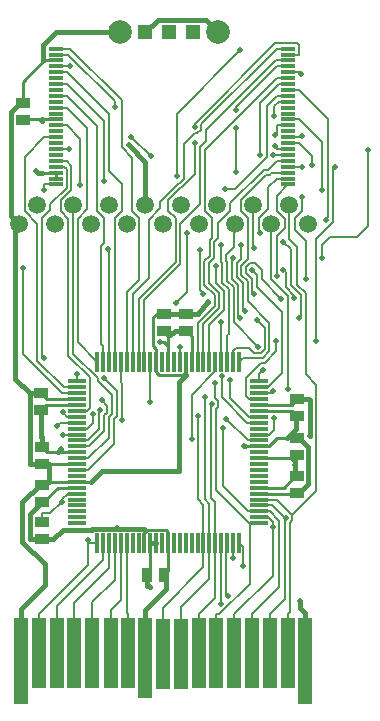
<source format=gbr>
%TF.GenerationSoftware,KiCad,Pcbnew,(6.0.2)*%
%TF.CreationDate,2022-10-02T17:57:44-05:00*%
%TF.ProjectId,MCN003R3,4d434e30-3033-4523-932e-6b696361645f,rev?*%
%TF.SameCoordinates,Original*%
%TF.FileFunction,Copper,L1,Top*%
%TF.FilePolarity,Positive*%
%FSLAX46Y46*%
G04 Gerber Fmt 4.6, Leading zero omitted, Abs format (unit mm)*
G04 Created by KiCad (PCBNEW (6.0.2)) date 2022-10-02 17:57:44*
%MOMM*%
%LPD*%
G01*
G04 APERTURE LIST*
G04 Aperture macros list*
%AMRoundRect*
0 Rectangle with rounded corners*
0 $1 Rounding radius*
0 $2 $3 $4 $5 $6 $7 $8 $9 X,Y pos of 4 corners*
0 Add a 4 corners polygon primitive as box body*
4,1,4,$2,$3,$4,$5,$6,$7,$8,$9,$2,$3,0*
0 Add four circle primitives for the rounded corners*
1,1,$1+$1,$2,$3*
1,1,$1+$1,$4,$5*
1,1,$1+$1,$6,$7*
1,1,$1+$1,$8,$9*
0 Add four rect primitives between the rounded corners*
20,1,$1+$1,$2,$3,$4,$5,0*
20,1,$1+$1,$4,$5,$6,$7,0*
20,1,$1+$1,$6,$7,$8,$9,0*
20,1,$1+$1,$8,$9,$2,$3,0*%
G04 Aperture macros list end*
%TA.AperFunction,SMDPad,CuDef*%
%ADD10R,1.300000X0.300000*%
%TD*%
%TA.AperFunction,SMDPad,CuDef*%
%ADD11RoundRect,0.011200X0.128800X-0.768800X0.128800X0.768800X-0.128800X0.768800X-0.128800X-0.768800X0*%
%TD*%
%TA.AperFunction,SMDPad,CuDef*%
%ADD12RoundRect,0.056000X0.724000X-0.084000X0.724000X0.084000X-0.724000X0.084000X-0.724000X-0.084000X0*%
%TD*%
%TA.AperFunction,SMDPad,CuDef*%
%ADD13R,1.150000X0.910000*%
%TD*%
%TA.AperFunction,SMDPad,CuDef*%
%ADD14R,0.910000X1.150000*%
%TD*%
%TA.AperFunction,SMDPad,CuDef*%
%ADD15R,1.200000X7.250000*%
%TD*%
%TA.AperFunction,SMDPad,CuDef*%
%ADD16R,1.200000X6.000000*%
%TD*%
%TA.AperFunction,SMDPad,CuDef*%
%ADD17R,1.200000X6.750000*%
%TD*%
%TA.AperFunction,ComponentPad*%
%ADD18C,1.500000*%
%TD*%
%TA.AperFunction,ComponentPad*%
%ADD19R,1.300000X1.300000*%
%TD*%
%TA.AperFunction,ComponentPad*%
%ADD20C,2.000000*%
%TD*%
%TA.AperFunction,ViaPad*%
%ADD21C,0.500000*%
%TD*%
%TA.AperFunction,Conductor*%
%ADD22C,0.200000*%
%TD*%
%TA.AperFunction,Conductor*%
%ADD23C,0.250000*%
%TD*%
%TA.AperFunction,Conductor*%
%ADD24C,0.280200*%
%TD*%
%TA.AperFunction,Conductor*%
%ADD25C,0.400000*%
%TD*%
%TA.AperFunction,Conductor*%
%ADD26C,0.279800*%
%TD*%
G04 APERTURE END LIST*
D10*
%TO.P,IC2,1,A15*%
%TO.N,/EXCELSEMI.A15*%
X156832000Y-85575000D03*
%TO.P,IC2,2,A14*%
%TO.N,/EXCELSEMI.A14*%
X156832000Y-85075000D03*
%TO.P,IC2,3,A13*%
%TO.N,/EXCELSEMI.A13*%
X156832000Y-84575000D03*
%TO.P,IC2,4,A12*%
%TO.N,/EXCELSEMI.A12*%
X156832000Y-84075000D03*
%TO.P,IC2,5,A11*%
%TO.N,/EXCELSEMI.A11*%
X156832000Y-83575000D03*
%TO.P,IC2,6,A10*%
%TO.N,/EXCELSEMI.A10*%
X156832000Y-83075000D03*
%TO.P,IC2,7,A9*%
%TO.N,/EXCELSEMI.A9*%
X156832000Y-82575000D03*
%TO.P,IC2,8,A8*%
%TO.N,/EXCELSEMI.A8*%
X156832000Y-82075000D03*
%TO.P,IC2,9,A19*%
%TO.N,/EXCELSEMI.A19*%
X156832000Y-81575000D03*
%TO.P,IC2,10,N/C*%
%TO.N,unconnected-(IC2-Pad10)*%
X156832000Y-81075000D03*
%TO.P,IC2,11,WE#*%
%TO.N,/EXCELSEMI.WE*%
X156832000Y-80575000D03*
%TO.P,IC2,12,RESET#*%
%TO.N,/EXCELSEMI.RESET*%
X156832000Y-80075000D03*
%TO.P,IC2,13,N/C*%
%TO.N,unconnected-(IC2-Pad13)*%
X156832000Y-79575000D03*
%TO.P,IC2,14,NC*%
%TO.N,unconnected-(IC2-Pad14)*%
X156832000Y-79075000D03*
%TO.P,IC2,15,RY/BY#*%
%TO.N,/EXCELSEMI.RY-BY*%
X156832000Y-78575000D03*
%TO.P,IC2,16,A18*%
%TO.N,/EXCELSEMI.A18*%
X156832000Y-78075000D03*
%TO.P,IC2,17,A17*%
%TO.N,/EXCELSEMI.A17*%
X156832000Y-77575000D03*
%TO.P,IC2,18,A7*%
%TO.N,/EXCELSEMI.A7*%
X156832000Y-77075000D03*
%TO.P,IC2,19,A6*%
%TO.N,/EXCELSEMI.A6*%
X156832000Y-76575000D03*
%TO.P,IC2,20,A5*%
%TO.N,/EXCELSEMI.A5*%
X156832000Y-76075000D03*
%TO.P,IC2,21,A4*%
%TO.N,/EXCELSEMI.A4*%
X156832000Y-75575000D03*
%TO.P,IC2,22,A3*%
%TO.N,/EXCELSEMI.A3*%
X156832000Y-75075000D03*
%TO.P,IC2,23,A2*%
%TO.N,/EXCELSEMI.A2*%
X156832000Y-74575000D03*
%TO.P,IC2,24,A1*%
%TO.N,/EXCELSEMI.A1*%
X156832000Y-74075000D03*
%TO.P,IC2,25,A0*%
%TO.N,/EXCELSEMI.A0*%
X137132000Y-74075000D03*
%TO.P,IC2,26,CE#*%
%TO.N,/EXCELSEMI.CE*%
X137132000Y-74575000D03*
%TO.P,IC2,27,VSS*%
%TO.N,/GND*%
X137132000Y-75075000D03*
%TO.P,IC2,28,OE#*%
%TO.N,/EXCELSEMI.OE*%
X137132000Y-75575000D03*
%TO.P,IC2,29,DQ0*%
%TO.N,/EXCELSEMI.DQ0*%
X137132000Y-76075000D03*
%TO.P,IC2,30,DQ8*%
%TO.N,unconnected-(IC2-Pad30)*%
X137132000Y-76575000D03*
%TO.P,IC2,31,DQ1*%
%TO.N,/EXCELSEMI.DQ1*%
X137132000Y-77075000D03*
%TO.P,IC2,32,DQ9*%
%TO.N,unconnected-(IC2-Pad32)*%
X137132000Y-77575000D03*
%TO.P,IC2,33,DQ2*%
%TO.N,/EXCELSEMI.DQ2*%
X137132000Y-78075000D03*
%TO.P,IC2,34,DQ10*%
%TO.N,unconnected-(IC2-Pad34)*%
X137132000Y-78575000D03*
%TO.P,IC2,35,DQ3*%
%TO.N,/EXCELSEMI.DQ3*%
X137132000Y-79075000D03*
%TO.P,IC2,36,DQ11*%
%TO.N,unconnected-(IC2-Pad36)*%
X137132000Y-79575000D03*
%TO.P,IC2,37,VCC*%
%TO.N,/VCC*%
X137132000Y-80075000D03*
%TO.P,IC2,38,DQ4*%
%TO.N,/EXCELSEMI.DQ4*%
X137132000Y-80575000D03*
%TO.P,IC2,39,DQ12*%
%TO.N,unconnected-(IC2-Pad39)*%
X137132000Y-81075000D03*
%TO.P,IC2,40,DQ5*%
%TO.N,/EXCELSEMI.DQ5*%
X137132000Y-81575000D03*
%TO.P,IC2,41,DQ13*%
%TO.N,unconnected-(IC2-Pad41)*%
X137132000Y-82075000D03*
%TO.P,IC2,42,DQ6*%
%TO.N,/EXCELSEMI.DQ6*%
X137132000Y-82575000D03*
%TO.P,IC2,43,DQ14*%
%TO.N,unconnected-(IC2-Pad43)*%
X137132000Y-83075000D03*
%TO.P,IC2,44,DQ7*%
%TO.N,/EXCELSEMI.DQ7*%
X137132000Y-83575000D03*
%TO.P,IC2,45,DQ15/A-1*%
%TO.N,/EXCELSEMI.A-1*%
X137132000Y-84075000D03*
%TO.P,IC2,46,VSS*%
%TO.N,/GND*%
X137132000Y-84575000D03*
%TO.P,IC2,47,BYTE#*%
X137132000Y-85075000D03*
%TO.P,IC2,48,A16*%
%TO.N,/EXCELSEMI.A16*%
X137132000Y-85575000D03*
%TD*%
D11*
%TO.P,IC1,1,IO2_1*%
%TO.N,/CLK*%
X140656000Y-115931500D03*
%TO.P,IC1,2,IO1_2*%
%TO.N,/DS.Edge.Pin3*%
X141156000Y-115931500D03*
%TO.P,IC1,3,IO1_3*%
%TO.N,/DS.Edge.CS1*%
X141656000Y-115931500D03*
%TO.P,IC1,4,IO1_4*%
%TO.N,/DS.Edge.Reset*%
X142156000Y-115931500D03*
%TO.P,IC1,5,IO1_5*%
%TO.N,/DS.Edge.CS2*%
X142656000Y-115931500D03*
%TO.P,IC1,6,IO1_6*%
%TO.N,/DS.Edge.IRQ*%
X143156000Y-115931500D03*
%TO.P,IC1,7,IO1_7*%
%TO.N,unconnected-(IC1-Pad7)*%
X143656000Y-115931500D03*
%TO.P,IC1,8,IO1_8*%
%TO.N,unconnected-(IC1-Pad8)*%
X144156000Y-115931500D03*
%TO.P,IC1,9,VCCIO1*%
%TO.N,/VCC*%
X144656000Y-115931500D03*
%TO.P,IC1,10,GNDIO*%
%TO.N,/GND*%
X145156000Y-115931500D03*
%TO.P,IC1,11,GNDINT*%
X145656000Y-115931500D03*
%TO.P,IC1,12,IO1_12/GCLK0*%
%TO.N,unconnected-(IC1-Pad12)*%
X146156000Y-115931500D03*
%TO.P,IC1,13,VCCINT*%
%TO.N,/VCC*%
X146656000Y-115931500D03*
%TO.P,IC1,14,IO1_14/GCLK1*%
%TO.N,unconnected-(IC1-Pad14)*%
X147156000Y-115931500D03*
%TO.P,IC1,15,IO1_15*%
%TO.N,unconnected-(IC1-Pad15)*%
X147656000Y-115931500D03*
%TO.P,IC1,16,IO1_16*%
%TO.N,unconnected-(IC1-Pad16)*%
X148156000Y-115931500D03*
%TO.P,IC1,17,IO1_17*%
%TO.N,unconnected-(IC1-Pad17)*%
X148656000Y-115931500D03*
%TO.P,IC1,18,IO1_18*%
%TO.N,unconnected-(IC1-Pad18)*%
X149156000Y-115931500D03*
%TO.P,IC1,19,IO1_19*%
%TO.N,/DS.D0*%
X149656000Y-115931500D03*
%TO.P,IC1,20,IO1_20*%
%TO.N,/DS.D1*%
X150156000Y-115931500D03*
%TO.P,IC1,21,IO1_21*%
%TO.N,/DS.D2*%
X150656000Y-115931500D03*
%TO.P,IC1,22,TMS*%
%TO.N,/TMS*%
X151156000Y-115931500D03*
%TO.P,IC1,23,TDI*%
%TO.N,/TDI*%
X151656000Y-115931500D03*
%TO.P,IC1,24,TCK*%
%TO.N,/TCK*%
X152156000Y-115931500D03*
%TO.P,IC1,25,TDO*%
%TO.N,/TDO*%
X152656000Y-115931500D03*
D12*
%TO.P,IC1,26,IO1_26*%
%TO.N,/DS.D3*%
X154336000Y-114251500D03*
%TO.P,IC1,27,IO1_27*%
%TO.N,/DS.D4*%
X154336000Y-113751500D03*
%TO.P,IC1,28,IO1_28*%
%TO.N,/DS.D5*%
X154336000Y-113251500D03*
%TO.P,IC1,29,IO1_29*%
%TO.N,/DS.D6*%
X154336000Y-112751500D03*
%TO.P,IC1,30,IO1_30*%
%TO.N,/DS.D7*%
X154336000Y-112251500D03*
%TO.P,IC1,31,VCCIO1*%
%TO.N,/VCC*%
X154336000Y-111751500D03*
%TO.P,IC1,32,GNDIO*%
%TO.N,/GND*%
X154336000Y-111251500D03*
%TO.P,IC1,33,IO1_33*%
%TO.N,unconnected-(IC1-Pad33)*%
X154336000Y-110751500D03*
%TO.P,IC1,34,IO1_34*%
%TO.N,unconnected-(IC1-Pad34)*%
X154336000Y-110251500D03*
%TO.P,IC1,35,IO1_35*%
%TO.N,unconnected-(IC1-Pad35)*%
X154336000Y-109751500D03*
%TO.P,IC1,36,IO1_36*%
%TO.N,unconnected-(IC1-Pad36)*%
X154336000Y-109251500D03*
%TO.P,IC1,37,GNDINT*%
%TO.N,/GND*%
X154336000Y-108751500D03*
%TO.P,IC1,38,IO1_38*%
%TO.N,unconnected-(IC1-Pad38)*%
X154336000Y-108251500D03*
%TO.P,IC1,39,VCCINT*%
%TO.N,/VCC*%
X154336000Y-107751500D03*
%TO.P,IC1,40,IO1_40*%
%TO.N,/EXCELSEMI.RY-BY*%
X154336000Y-107251500D03*
%TO.P,IC1,41,IO1_41*%
%TO.N,/EXCELSEMI.RESET*%
X154336000Y-106751500D03*
%TO.P,IC1,42,IO1_42*%
%TO.N,unconnected-(IC1-Pad42)*%
X154336000Y-106251500D03*
%TO.P,IC1,43,IO1_43/DEV_OE*%
%TO.N,/EXCELSEMI.A18*%
X154336000Y-105751500D03*
%TO.P,IC1,44,IO1_44/DEV_CLRn*%
%TO.N,/EXCELSEMI.A19*%
X154336000Y-105251500D03*
%TO.P,IC1,45,VCCIO1*%
%TO.N,/VCC*%
X154336000Y-104751500D03*
%TO.P,IC1,46,GNDIO*%
%TO.N,/GND*%
X154336000Y-104251500D03*
%TO.P,IC1,47,IO1_47*%
%TO.N,/EXCELSEMI.A10*%
X154336000Y-103751500D03*
%TO.P,IC1,48,IO1_48*%
%TO.N,/EXCELSEMI.A8*%
X154336000Y-103251500D03*
%TO.P,IC1,49,IO1_49*%
%TO.N,/EXCELSEMI.A7*%
X154336000Y-102751500D03*
%TO.P,IC1,50,IO1_50*%
%TO.N,/EXCELSEMI.A12*%
X154336000Y-102251500D03*
D11*
%TO.P,IC1,51,IO1_51*%
%TO.N,/EXCELSEMI.A13*%
X152656000Y-100571500D03*
%TO.P,IC1,52,IO2_52*%
%TO.N,/EXCELSEMI.A16*%
X152156000Y-100571500D03*
%TO.P,IC1,53,IO2_53*%
%TO.N,/EXCELSEMI.WE*%
X151656000Y-100571500D03*
%TO.P,IC1,54,IO2_54*%
%TO.N,/EXCELSEMI.A17*%
X151156000Y-100571500D03*
%TO.P,IC1,55,IO2_55*%
%TO.N,/EXCELSEMI.A15*%
X150656000Y-100571500D03*
%TO.P,IC1,56,IO2_56*%
%TO.N,/EXCELSEMI.A14*%
X150156000Y-100571500D03*
%TO.P,IC1,57,IO2_57*%
%TO.N,/EXCELSEMI.A11*%
X149656000Y-100571500D03*
%TO.P,IC1,58,IO2_58*%
%TO.N,/EXCELSEMI.A6*%
X149156000Y-100571500D03*
%TO.P,IC1,59,VCCIO2*%
%TO.N,/VCC*%
X148656000Y-100571500D03*
%TO.P,IC1,60,GNDIO*%
%TO.N,/GND*%
X148156000Y-100571500D03*
%TO.P,IC1,61,IO2_61*%
%TO.N,/EXCELSEMI.A5*%
X147656000Y-100571500D03*
%TO.P,IC1,62,IO2_62/GCLK2*%
%TO.N,unconnected-(IC1-Pad62)*%
X147156000Y-100571500D03*
%TO.P,IC1,63,VCCINT*%
%TO.N,/VCC*%
X146656000Y-100571500D03*
%TO.P,IC1,64,IO2_64/GCLK3*%
%TO.N,unconnected-(IC1-Pad64)*%
X146156000Y-100571500D03*
%TO.P,IC1,65,GNDINT*%
%TO.N,/GND*%
X145656000Y-100571500D03*
%TO.P,IC1,66,IO2_66*%
%TO.N,/EXCELSEMI.A4*%
X145156000Y-100571500D03*
%TO.P,IC1,67,IO2_67*%
%TO.N,/EXCELSEMI.A3*%
X144656000Y-100571500D03*
%TO.P,IC1,68,IO2_68*%
%TO.N,/EXCELSEMI.A2*%
X144156000Y-100571500D03*
%TO.P,IC1,69,IO2_69*%
%TO.N,/EXCELSEMI.A1*%
X143656000Y-100571500D03*
%TO.P,IC1,70,IO2_70*%
%TO.N,/EXCELSEMI.A0*%
X143156000Y-100571500D03*
%TO.P,IC1,71,IO2_71*%
%TO.N,/EXCELSEMI.A-1*%
X142656000Y-100571500D03*
%TO.P,IC1,72,IO2_72*%
%TO.N,/EXCELSEMI.DQ0*%
X142156000Y-100571500D03*
%TO.P,IC1,73,IO2_73*%
%TO.N,/EXCELSEMI.DQ1*%
X141656000Y-100571500D03*
%TO.P,IC1,74,IO2_74*%
%TO.N,/EXCELSEMI.DQ2*%
X141156000Y-100571500D03*
%TO.P,IC1,75,IO2_75*%
%TO.N,/EXCELSEMI.DQ3*%
X140656000Y-100571500D03*
D12*
%TO.P,IC1,76,IO2_76*%
%TO.N,/EXCELSEMI.DQ4*%
X138976000Y-102251500D03*
%TO.P,IC1,77,IO2_77*%
%TO.N,/EXCELSEMI.DQ5*%
X138976000Y-102751500D03*
%TO.P,IC1,78,IO2_78*%
%TO.N,/EXCELSEMI.DQ6*%
X138976000Y-103251500D03*
%TO.P,IC1,79,GNDIO*%
%TO.N,/GND*%
X138976000Y-103751500D03*
%TO.P,IC1,80,VCCIO2*%
%TO.N,/VCC*%
X138976000Y-104251500D03*
%TO.P,IC1,81,IO2_81*%
%TO.N,/EXCELSEMI.DQ7*%
X138976000Y-104751500D03*
%TO.P,IC1,82,IO2_82*%
%TO.N,/EXCELSEMI.CE*%
X138976000Y-105251500D03*
%TO.P,IC1,83,IO2_83*%
%TO.N,/EXCELSEMI.A9*%
X138976000Y-105751500D03*
%TO.P,IC1,84,IO2_84*%
%TO.N,/EXCELSEMI.OE*%
X138976000Y-106251500D03*
%TO.P,IC1,85,IO2_85*%
%TO.N,/DS.Cart.IRQ*%
X138976000Y-106751500D03*
%TO.P,IC1,86,IO2_86*%
%TO.N,/DS.Cart.CS2*%
X138976000Y-107251500D03*
%TO.P,IC1,87,IO2_87*%
%TO.N,/DS.Cart.Reset*%
X138976000Y-107751500D03*
%TO.P,IC1,88,VCCINT*%
%TO.N,/VCC*%
X138976000Y-108251500D03*
%TO.P,IC1,89,IO2_89*%
%TO.N,/DS.Cart.CS1*%
X138976000Y-108751500D03*
%TO.P,IC1,90,GNDINT*%
%TO.N,/GND*%
X138976000Y-109251500D03*
%TO.P,IC1,91,IO2_91*%
%TO.N,/DS.Cart.Pin3*%
X138976000Y-109751500D03*
%TO.P,IC1,92,IO2_92*%
%TO.N,unconnected-(IC1-Pad92)*%
X138976000Y-110251500D03*
%TO.P,IC1,93,GNDIO*%
%TO.N,/GND*%
X138976000Y-110751500D03*
%TO.P,IC1,94,VCCIO2*%
%TO.N,/VCC*%
X138976000Y-111251500D03*
%TO.P,IC1,95,IO2_95*%
%TO.N,/Switch*%
X138976000Y-111751500D03*
%TO.P,IC1,96,IO2_96*%
%TO.N,unconnected-(IC1-Pad96)*%
X138976000Y-112251500D03*
%TO.P,IC1,97,IO2_97*%
%TO.N,unconnected-(IC1-Pad97)*%
X138976000Y-112751500D03*
%TO.P,IC1,98,IO2_98*%
%TO.N,unconnected-(IC1-Pad98)*%
X138976000Y-113251500D03*
%TO.P,IC1,99,IO2_99*%
%TO.N,unconnected-(IC1-Pad99)*%
X138976000Y-113751500D03*
%TO.P,IC1,100,IO2_100*%
%TO.N,unconnected-(IC1-Pad100)*%
X138976000Y-114251500D03*
%TD*%
D13*
%TO.P,C7,1*%
%TO.N,/VCC*%
X157593000Y-105202000D03*
%TO.P,C7,2*%
%TO.N,/GND*%
X157592000Y-103772000D03*
%TD*%
%TO.P,C6,1*%
%TO.N,/VCC*%
X148182000Y-97956000D03*
%TO.P,C6,2*%
%TO.N,/GND*%
X148181000Y-96526000D03*
%TD*%
%TO.P,R1,1*%
%TO.N,/VCC*%
X135961000Y-115616000D03*
%TO.P,R1,2*%
%TO.N,/Switch*%
X135960000Y-114186000D03*
%TD*%
%TO.P,C8,1*%
%TO.N,/VCC*%
X157549000Y-111713000D03*
%TO.P,C8,2*%
%TO.N,/GND*%
X157548000Y-110283000D03*
%TD*%
%TO.P,C4,1*%
%TO.N,/VCC*%
X135921000Y-104664000D03*
%TO.P,C4,2*%
%TO.N,/GND*%
X135920000Y-103234000D03*
%TD*%
D14*
%TO.P,C1,1*%
%TO.N,/GND*%
X144880000Y-118609000D03*
%TO.P,C1,2*%
%TO.N,/VCC*%
X146310000Y-118608000D03*
%TD*%
D13*
%TO.P,C3,1*%
%TO.N,/GND*%
X135959000Y-109268000D03*
%TO.P,C3,2*%
%TO.N,/VCC*%
X135958000Y-107838000D03*
%TD*%
D15*
%TO.P,J1,1,GND*%
%TO.N,/GND*%
X134202000Y-125926000D03*
D16*
%TO.P,J1,2,CLK*%
%TO.N,/CLK*%
X135744000Y-125280000D03*
%TO.P,J1,3,N/C*%
%TO.N,/DS.Edge.Pin3*%
X137259000Y-125288000D03*
%TO.P,J1,4,CS1*%
%TO.N,/DS.Edge.CS1*%
X138718000Y-125280000D03*
%TO.P,J1,5,Reset*%
%TO.N,/DS.Edge.Reset*%
X140225000Y-125287000D03*
%TO.P,J1,6,CS2*%
%TO.N,/DS.Edge.CS2*%
X141788000Y-125287000D03*
%TO.P,J1,7,IRQ*%
%TO.N,/DS.Edge.IRQ*%
X143287000Y-125287000D03*
D17*
%TO.P,J1,8,VCC*%
%TO.N,/VCC*%
X144714000Y-125630000D03*
D16*
%TO.P,J1,9,D0*%
%TO.N,/DS.D0*%
X146211000Y-125295000D03*
%TO.P,J1,10,D1*%
%TO.N,/DS.D1*%
X147774000Y-125295000D03*
%TO.P,J1,11,D2*%
%TO.N,/DS.D2*%
X149281000Y-125287000D03*
%TO.P,J1,12,D3*%
%TO.N,/DS.D3*%
X150756000Y-125287000D03*
%TO.P,J1,13,D4*%
%TO.N,/DS.D4*%
X152255000Y-125287000D03*
%TO.P,J1,14,D5*%
%TO.N,/DS.D5*%
X153754000Y-125279000D03*
%TO.P,J1,15,D6*%
%TO.N,/DS.D6*%
X155269000Y-125287000D03*
%TO.P,J1,16,D7*%
%TO.N,/DS.D7*%
X156784000Y-125287000D03*
D15*
%TO.P,J1,17,GND*%
%TO.N,/GND*%
X158291000Y-125920000D03*
%TD*%
D13*
%TO.P,C9,1*%
%TO.N,/GND*%
X157550000Y-108454000D03*
%TO.P,C9,2*%
%TO.N,/VCC*%
X157549000Y-107024000D03*
%TD*%
%TO.P,C10,1*%
%TO.N,/VCC*%
X134372000Y-80139000D03*
%TO.P,C10,2*%
%TO.N,/GND*%
X134371000Y-78709000D03*
%TD*%
%TO.P,C5,1*%
%TO.N,/VCC*%
X146316000Y-97956000D03*
%TO.P,C5,2*%
%TO.N,/GND*%
X146315000Y-96526000D03*
%TD*%
D18*
%TO.P,J2,1,GND*%
%TO.N,/GND*%
X134038000Y-88898000D03*
%TO.P,J2,2,CLK*%
%TO.N,/CLK*%
X135587000Y-87348000D03*
%TO.P,J2,3,N/C*%
%TO.N,/DS.Cart.Pin3*%
X137088000Y-88898000D03*
%TO.P,J2,4,CS1*%
%TO.N,/DS.Cart.CS1*%
X138637000Y-87348000D03*
%TO.P,J2,5,Reset*%
%TO.N,/DS.Cart.Reset*%
X140138000Y-88898000D03*
%TO.P,J2,6,CS2*%
%TO.N,/DS.Cart.CS2*%
X141687000Y-87348000D03*
%TO.P,J2,7,IRQ*%
%TO.N,/DS.Cart.IRQ*%
X143188000Y-88898000D03*
%TO.P,J2,8,VCC*%
%TO.N,/VCC*%
X144737000Y-87348000D03*
%TO.P,J2,9,D0*%
%TO.N,/DS.D0*%
X146238000Y-88898000D03*
%TO.P,J2,10,D1*%
%TO.N,/DS.D1*%
X147787000Y-87348000D03*
%TO.P,J2,11,D2*%
%TO.N,/DS.D2*%
X149288000Y-88898000D03*
%TO.P,J2,12,D3*%
%TO.N,/DS.D3*%
X150837000Y-87348000D03*
%TO.P,J2,13,D4*%
%TO.N,/DS.D4*%
X152338000Y-88898000D03*
%TO.P,J2,14,D5*%
%TO.N,/DS.D5*%
X153887000Y-87348000D03*
%TO.P,J2,15,D6*%
%TO.N,/DS.D6*%
X155414000Y-88898000D03*
%TO.P,J2,16,D7*%
%TO.N,/DS.D7*%
X156937000Y-87348000D03*
%TO.P,J2,17,GND*%
%TO.N,/GND*%
X158490000Y-88898000D03*
%TD*%
D19*
%TO.P,SW1,1,A*%
%TO.N,/GND*%
X144724000Y-72671000D03*
%TO.P,SW1,2,B*%
%TO.N,/Switch*%
X146750000Y-72671000D03*
%TO.P,SW1,3,C*%
%TO.N,unconnected-(SW1-Pad3)*%
X148770000Y-72674000D03*
D20*
%TO.P,SW1,4,Shield*%
%TO.N,/GND*%
X142620000Y-72675000D03*
%TO.P,SW1,5,Shield*%
X150915100Y-72674200D03*
%TD*%
D13*
%TO.P,C2,1*%
%TO.N,/VCC*%
X135958000Y-112483000D03*
%TO.P,C2,2*%
%TO.N,/GND*%
X135957000Y-111053000D03*
%TD*%
D21*
%TO.N,/TDO*%
X153024700Y-117878800D03*
%TO.N,/TCK*%
X152156000Y-117203200D03*
%TO.N,/TDI*%
X151716100Y-120441700D03*
%TO.N,/TMS*%
X151156000Y-121059400D03*
%TO.N,/EXCELSEMI.A16*%
X136181900Y-86085200D03*
X143534300Y-81525500D03*
X145187100Y-83178300D03*
X158007800Y-86656400D03*
X158349500Y-93601600D03*
X157355000Y-95177900D03*
X156421400Y-92839000D03*
X154219300Y-97085800D03*
%TO.N,/EXCELSEMI.A-1*%
X136137300Y-100264800D03*
X142796100Y-105497400D03*
%TO.N,/EXCELSEMI.DQ6*%
X138239800Y-82575000D03*
X134382200Y-92665500D03*
%TO.N,/EXCELSEMI.DQ4*%
X139223500Y-85645700D03*
X138976000Y-101640800D03*
%TO.N,/EXCELSEMI.DQ1*%
X141252600Y-85305600D03*
X141572300Y-91053200D03*
%TO.N,/EXCELSEMI.OE*%
X138393500Y-75575000D03*
X140299000Y-105045300D03*
%TO.N,/EXCELSEMI.CE*%
X142135300Y-79035800D03*
X137736900Y-104872800D03*
%TO.N,/EXCELSEMI.A2*%
X148905800Y-80712200D03*
X148952700Y-82037400D03*
%TO.N,/EXCELSEMI.A4*%
X152397900Y-79269900D03*
X152436900Y-80808000D03*
X152436900Y-84494400D03*
X152820300Y-90728300D03*
X153166300Y-96256600D03*
X145156000Y-103973900D03*
%TO.N,/EXCELSEMI.A5*%
X157955000Y-76242200D03*
X152762700Y-74227900D03*
X147405600Y-84832300D03*
X148246200Y-89670100D03*
X147352300Y-95597500D03*
X147656000Y-99328400D03*
%TO.N,/EXCELSEMI.A7*%
X153805200Y-92833200D03*
X154409900Y-83093200D03*
%TO.N,/EXCELSEMI.A17*%
X160003000Y-88560000D03*
X151156000Y-97242600D03*
%TO.N,/EXCELSEMI.A18*%
X151460900Y-85980800D03*
X149331900Y-91140800D03*
X149653000Y-94872400D03*
X151190400Y-101803600D03*
%TO.N,/EXCELSEMI.RY-BY*%
X151559000Y-105419500D03*
X155653000Y-79741300D03*
%TO.N,/EXCELSEMI.RESET*%
X159689800Y-86055500D03*
X155608000Y-105362300D03*
%TO.N,/EXCELSEMI.WE*%
X155710700Y-81350300D03*
X151126400Y-90690000D03*
%TO.N,/EXCELSEMI.A19*%
X157966300Y-81497400D03*
X163613300Y-82628500D03*
X159725800Y-91810000D03*
X156254700Y-95259000D03*
X153954100Y-94812700D03*
X151864200Y-102138700D03*
%TO.N,/EXCELSEMI.A8*%
X158879100Y-83956600D03*
X160790100Y-84126700D03*
X159163000Y-98857000D03*
X155577400Y-103105400D03*
%TO.N,/EXCELSEMI.A9*%
X155727800Y-82310400D03*
X137270600Y-105992100D03*
%TO.N,/EXCELSEMI.A10*%
X155782500Y-98851400D03*
X157741900Y-96892000D03*
X156411500Y-90451000D03*
X155570500Y-83075000D03*
%TO.N,/EXCELSEMI.A12*%
X157975100Y-84075000D03*
X154682300Y-101316900D03*
%TO.N,/EXCELSEMI.A14*%
X154437200Y-89696200D03*
X150682200Y-92459100D03*
%TO.N,/EXCELSEMI.A15*%
X155905700Y-93320200D03*
X148656400Y-107139800D03*
%TO.N,/DS.D6*%
X156626900Y-113800900D03*
X156804800Y-102890600D03*
%TO.N,/DS.D5*%
X153961400Y-90989900D03*
X152141600Y-91796600D03*
X152758900Y-96911100D03*
X151323000Y-106221300D03*
%TO.N,/DS.D4*%
X155520100Y-114593000D03*
X154282200Y-99304200D03*
%TO.N,/DS.D3*%
X150627500Y-102407800D03*
%TO.N,/DS.D2*%
X150336700Y-104180600D03*
%TO.N,/DS.D1*%
X149781600Y-103549900D03*
%TO.N,/DS.D0*%
X149210400Y-105196300D03*
%TO.N,/DS.Cart.IRQ*%
X137743100Y-106751500D03*
%TO.N,/DS.Cart.CS2*%
X140901600Y-104650500D03*
%TO.N,/DS.Cart.Reset*%
X141042800Y-103866700D03*
%TO.N,/DS.Cart.Pin3*%
X141272500Y-101968100D03*
%TO.N,/CLK*%
X139918600Y-115646600D03*
%TO.N,/VCC*%
X143328000Y-82244700D03*
X135973800Y-80179700D03*
X146001300Y-98920900D03*
X137612300Y-107996600D03*
X153072200Y-107759700D03*
X142367900Y-114634300D03*
%TO.N,/Switch*%
X137696300Y-112424800D03*
%TO.N,/GND*%
X150053100Y-95523700D03*
X147624300Y-109880000D03*
X135496500Y-84464000D03*
X158637700Y-106857900D03*
X157840200Y-120871200D03*
X145117000Y-119644800D03*
X157428000Y-109368500D03*
%TD*%
D22*
%TO.N,/TDO*%
X153024700Y-116300200D02*
X152656000Y-115931500D01*
X153024700Y-117878800D02*
X153024700Y-116300200D01*
%TO.N,/TCK*%
X152156000Y-115931500D02*
X152156000Y-117203200D01*
%TO.N,/TDI*%
X151596200Y-115991300D02*
X151656000Y-115931500D01*
X151596200Y-120321800D02*
X151596200Y-115991300D01*
X151716100Y-120441700D02*
X151596200Y-120321800D01*
%TO.N,/TMS*%
X151156000Y-115931500D02*
X151156000Y-121059400D01*
%TO.N,/DS.Edge.IRQ*%
X143287000Y-125287000D02*
X143287000Y-121986900D01*
X143156000Y-121855900D02*
X143287000Y-121986900D01*
X143156000Y-115931500D02*
X143156000Y-121855900D01*
%TO.N,/DS.Edge.CS2*%
X142656000Y-120730500D02*
X142656000Y-115931500D01*
X141788000Y-121598500D02*
X142656000Y-120730500D01*
X141788000Y-125287000D02*
X141788000Y-121598500D01*
%TO.N,/DS.Edge.Reset*%
X142156000Y-119034300D02*
X142156000Y-115931500D01*
X140225000Y-120965300D02*
X142156000Y-119034300D01*
X140225000Y-125287000D02*
X140225000Y-120965300D01*
%TO.N,/DS.Edge.CS1*%
X141656000Y-118036300D02*
X141656000Y-115931500D01*
X138718000Y-120974300D02*
X141656000Y-118036300D01*
X138718000Y-125280000D02*
X138718000Y-120974300D01*
%TO.N,/DS.Edge.Pin3*%
X141156000Y-117394700D02*
X141156000Y-115931500D01*
X137259000Y-121291700D02*
X141156000Y-117394700D01*
X137259000Y-125288000D02*
X137259000Y-121291700D01*
%TO.N,/EXCELSEMI.A16*%
X137132000Y-85575000D02*
X136181900Y-85575000D01*
X136181900Y-85575000D02*
X136181900Y-86085200D01*
X154832300Y-97698800D02*
X154219300Y-97085800D01*
X154832300Y-99532100D02*
X154832300Y-97698800D01*
X154510100Y-99854300D02*
X154832300Y-99532100D01*
X153954800Y-99854300D02*
X154510100Y-99854300D01*
X153551600Y-99451100D02*
X153954800Y-99854300D01*
X152413600Y-99451100D02*
X153551600Y-99451100D01*
X152156000Y-99708700D02*
X152413600Y-99451100D01*
X152156000Y-100571500D02*
X152156000Y-99708700D01*
X156603600Y-93021200D02*
X156421400Y-92839000D01*
X156603600Y-94264200D02*
X156603600Y-93021200D01*
X157355000Y-95015600D02*
X156603600Y-94264200D01*
X157355000Y-95177900D02*
X157355000Y-95015600D01*
X145187100Y-83178300D02*
X143534300Y-81525500D01*
X158349500Y-90334800D02*
X158349500Y-93601600D01*
X157426000Y-89411300D02*
X158349500Y-90334800D01*
X157426000Y-88409000D02*
X157426000Y-89411300D01*
X158007800Y-87827200D02*
X157426000Y-88409000D01*
X158007800Y-86656400D02*
X158007800Y-87827200D01*
%TO.N,/EXCELSEMI.A-1*%
X136015000Y-100142500D02*
X136137300Y-100264800D01*
X136015000Y-88421000D02*
X136015000Y-100142500D01*
X136657000Y-87779000D02*
X136015000Y-88421000D01*
X136657000Y-87274300D02*
X136657000Y-87779000D01*
X138082100Y-85849200D02*
X136657000Y-87274300D01*
X138082100Y-84297600D02*
X138082100Y-85849200D01*
X137859500Y-84075000D02*
X138082100Y-84297600D01*
X137132000Y-84075000D02*
X137859500Y-84075000D01*
X142796100Y-102437900D02*
X142796100Y-105497400D01*
X142656000Y-102297800D02*
X142796100Y-102437900D01*
X142656000Y-100571500D02*
X142656000Y-102297800D01*
%TO.N,/EXCELSEMI.DQ7*%
X137132000Y-83575000D02*
X138082100Y-83575000D01*
X138482200Y-83975100D02*
X138082100Y-83575000D01*
X138482200Y-86015000D02*
X138482200Y-83975100D01*
X137575000Y-86922200D02*
X138482200Y-86015000D01*
X137575000Y-87835000D02*
X137575000Y-86922200D01*
X138218500Y-88478500D02*
X137575000Y-87835000D01*
X138218500Y-100061900D02*
X138218500Y-88478500D01*
X140067600Y-101911000D02*
X138218500Y-100061900D01*
X140067600Y-104473800D02*
X140067600Y-101911000D01*
X139789900Y-104751500D02*
X140067600Y-104473800D01*
X138976000Y-104751500D02*
X139789900Y-104751500D01*
%TO.N,/EXCELSEMI.DQ6*%
X137132000Y-82575000D02*
X138239800Y-82575000D01*
X137699400Y-103251500D02*
X138976000Y-103251500D01*
X134382200Y-99934300D02*
X137699400Y-103251500D01*
X134382200Y-92665500D02*
X134382200Y-99934300D01*
%TO.N,/EXCELSEMI.DQ5*%
X137841000Y-102751500D02*
X138976000Y-102751500D01*
X135587100Y-100497600D02*
X137841000Y-102751500D01*
X135587100Y-88897000D02*
X135587100Y-100497600D01*
X134529700Y-87839600D02*
X135587100Y-88897000D01*
X134529700Y-83227200D02*
X134529700Y-87839600D01*
X136181900Y-81575000D02*
X134529700Y-83227200D01*
X137132000Y-81575000D02*
X136181900Y-81575000D01*
%TO.N,/EXCELSEMI.DQ4*%
X138976000Y-102251500D02*
X138976000Y-101640800D01*
X137132000Y-80575000D02*
X138082100Y-80575000D01*
X139223500Y-81716400D02*
X139223500Y-85645700D01*
X138082100Y-80575000D02*
X139223500Y-81716400D01*
%TO.N,/EXCELSEMI.DQ3*%
X137132000Y-79075000D02*
X138082100Y-79075000D01*
X139804400Y-80797300D02*
X138082100Y-79075000D01*
X139804400Y-87693400D02*
X139804400Y-80797300D01*
X139032300Y-88465500D02*
X139804400Y-87693400D01*
X139032300Y-98947800D02*
X139032300Y-88465500D01*
X140656000Y-100571500D02*
X139032300Y-98947800D01*
%TO.N,/EXCELSEMI.DQ2*%
X137132000Y-78075000D02*
X138082100Y-78075000D01*
X141156000Y-99273100D02*
X141156000Y-100571500D01*
X140957100Y-99074200D02*
X141156000Y-99273100D01*
X140957100Y-90760300D02*
X140957100Y-99074200D01*
X141215800Y-90501600D02*
X140957100Y-90760300D01*
X141215800Y-88425900D02*
X141215800Y-90501600D01*
X140618800Y-87828900D02*
X141215800Y-88425900D01*
X140618800Y-80611700D02*
X140618800Y-87828900D01*
X138082100Y-78075000D02*
X140618800Y-80611700D01*
%TO.N,/EXCELSEMI.DQ1*%
X137132000Y-77075000D02*
X138082100Y-77075000D01*
X141252600Y-80245500D02*
X141252600Y-85305600D01*
X138082100Y-77075000D02*
X141252600Y-80245500D01*
X141656000Y-91136900D02*
X141572300Y-91053200D01*
X141656000Y-100571500D02*
X141656000Y-91136900D01*
%TO.N,/EXCELSEMI.DQ0*%
X137132000Y-76075000D02*
X138082100Y-76075000D01*
X142124100Y-100539600D02*
X142156000Y-100571500D01*
X142124100Y-88411900D02*
X142124100Y-100539600D01*
X142744500Y-87791500D02*
X142124100Y-88411900D01*
X142744500Y-85549500D02*
X142744500Y-87791500D01*
X141652700Y-84457700D02*
X142744500Y-85549500D01*
X141652700Y-79645600D02*
X141652700Y-84457700D01*
X138082100Y-76075000D02*
X141652700Y-79645600D01*
%TO.N,/EXCELSEMI.OE*%
X137132000Y-75575000D02*
X138393500Y-75575000D01*
X140299000Y-105775000D02*
X140299000Y-105045300D01*
X139822500Y-106251500D02*
X140299000Y-105775000D01*
X138976000Y-106251500D02*
X139822500Y-106251500D01*
%TO.N,/EXCELSEMI.CE*%
X138115600Y-105251500D02*
X137736900Y-104872800D01*
X138976000Y-105251500D02*
X138115600Y-105251500D01*
X142135300Y-78513400D02*
X142135300Y-79035800D01*
X138196900Y-74575000D02*
X142135300Y-78513400D01*
X137132000Y-74575000D02*
X138196900Y-74575000D01*
%TO.N,/EXCELSEMI.A0*%
X137132000Y-74075000D02*
X138082100Y-74075000D01*
X143156000Y-94716900D02*
X143156000Y-100571500D01*
X144238300Y-93634600D02*
X143156000Y-94716900D01*
X144238300Y-88398400D02*
X144238300Y-93634600D01*
X143637800Y-87797900D02*
X144238300Y-88398400D01*
X143637800Y-83344700D02*
X143637800Y-87797900D01*
X142718900Y-82425800D02*
X143637800Y-83344700D01*
X142718900Y-78467000D02*
X142718900Y-82425800D01*
X138326900Y-74075000D02*
X142718900Y-78467000D01*
X138082100Y-74075000D02*
X138326900Y-74075000D01*
%TO.N,/EXCELSEMI.A1*%
X156832000Y-74075000D02*
X155881900Y-74075000D01*
X149455900Y-80501000D02*
X155881900Y-74075000D01*
X149455900Y-80940100D02*
X149455900Y-80501000D01*
X149133700Y-81262300D02*
X149455900Y-80940100D01*
X148914100Y-81262300D02*
X149133700Y-81262300D01*
X147991100Y-82185300D02*
X148914100Y-81262300D01*
X147991100Y-85095600D02*
X147991100Y-82185300D01*
X147668900Y-85417800D02*
X147991100Y-85095600D01*
X147591000Y-85417800D02*
X147668900Y-85417800D01*
X145979100Y-87029700D02*
X147591000Y-85417800D01*
X145979100Y-87606900D02*
X145979100Y-87029700D01*
X145022200Y-88563800D02*
X145979100Y-87606900D01*
X145022200Y-93477400D02*
X145022200Y-88563800D01*
X143656000Y-94843600D02*
X145022200Y-93477400D01*
X143656000Y-100571500D02*
X143656000Y-94843600D01*
%TO.N,/EXCELSEMI.A2*%
X148905800Y-80419000D02*
X148905800Y-80712200D01*
X155700000Y-73624800D02*
X148905800Y-80419000D01*
X157608100Y-73624800D02*
X155700000Y-73624800D01*
X157782100Y-73798800D02*
X157608100Y-73624800D01*
X157782100Y-74575000D02*
X157782100Y-73798800D01*
X156832000Y-74575000D02*
X157782100Y-74575000D01*
X148952700Y-84699800D02*
X148952700Y-82037400D01*
X147834600Y-85817900D02*
X148952700Y-84699800D01*
X147768100Y-85817900D02*
X147834600Y-85817900D01*
X146695100Y-86890900D02*
X147768100Y-85817900D01*
X146695100Y-87805100D02*
X146695100Y-86890900D01*
X147295900Y-88405900D02*
X146695100Y-87805100D01*
X147295900Y-92171800D02*
X147295900Y-88405900D01*
X144156000Y-95311700D02*
X147295900Y-92171800D01*
X144156000Y-100571500D02*
X144156000Y-95311700D01*
%TO.N,/EXCELSEMI.A3*%
X156832000Y-75075000D02*
X155881900Y-75075000D01*
X155767400Y-75075000D02*
X155881900Y-75075000D01*
X149856000Y-80986400D02*
X155767400Y-75075000D01*
X149856000Y-81912100D02*
X149856000Y-80986400D01*
X149379100Y-82389000D02*
X149856000Y-81912100D01*
X149379100Y-87256900D02*
X149379100Y-82389000D01*
X147696100Y-88939900D02*
X149379100Y-87256900D01*
X147696100Y-92348000D02*
X147696100Y-88939900D01*
X144656000Y-95388100D02*
X147696100Y-92348000D01*
X144656000Y-100571500D02*
X144656000Y-95388100D01*
%TO.N,/EXCELSEMI.A4*%
X156832000Y-75575000D02*
X155881900Y-75575000D01*
X152820300Y-91896000D02*
X152820300Y-90728300D01*
X152454900Y-92261400D02*
X152820300Y-91896000D01*
X152454900Y-93404800D02*
X152454900Y-92261400D01*
X153003800Y-93953700D02*
X152454900Y-93404800D01*
X153003800Y-96094100D02*
X153003800Y-93953700D01*
X153166300Y-96256600D02*
X153003800Y-96094100D01*
X145156000Y-100571500D02*
X145156000Y-103973900D01*
X152397900Y-79059000D02*
X152397900Y-79269900D01*
X155881900Y-75575000D02*
X152397900Y-79059000D01*
X152436900Y-84494400D02*
X152436900Y-80808000D01*
%TO.N,/EXCELSEMI.A5*%
X157787800Y-76075000D02*
X157955000Y-76242200D01*
X156832000Y-76075000D02*
X157787800Y-76075000D01*
X147656000Y-100571500D02*
X147656000Y-99328400D01*
X148246200Y-94703600D02*
X147352300Y-95597500D01*
X148246200Y-89670100D02*
X148246200Y-94703600D01*
X147405600Y-79585000D02*
X147405600Y-84832300D01*
X152762700Y-74227900D02*
X147405600Y-79585000D01*
%TO.N,/EXCELSEMI.A6*%
X156832000Y-76575000D02*
X155881900Y-76575000D01*
X149156000Y-97315000D02*
X149156000Y-100571500D01*
X150603200Y-95867800D02*
X149156000Y-97315000D01*
X150603200Y-94947800D02*
X150603200Y-95867800D01*
X149732000Y-94076600D02*
X150603200Y-94947800D01*
X149732000Y-92065600D02*
X149732000Y-94076600D01*
X150176200Y-91621400D02*
X149732000Y-92065600D01*
X150176200Y-90296500D02*
X150176200Y-91621400D01*
X150370200Y-90102500D02*
X150176200Y-90296500D01*
X150370200Y-88378800D02*
X150370200Y-90102500D01*
X149779200Y-87787800D02*
X150370200Y-88378800D01*
X149779200Y-82677700D02*
X149779200Y-87787800D01*
X155881900Y-76575000D02*
X149779200Y-82677700D01*
%TO.N,/EXCELSEMI.A7*%
X156048400Y-77075000D02*
X156832000Y-77075000D01*
X154409900Y-78713500D02*
X156048400Y-77075000D01*
X154409900Y-83093200D02*
X154409900Y-78713500D01*
X154204100Y-93232100D02*
X153805200Y-92833200D01*
X154204100Y-94284700D02*
X154204100Y-93232100D01*
X156332700Y-96413300D02*
X154204100Y-94284700D01*
X156332700Y-101567100D02*
X156332700Y-96413300D01*
X155148300Y-102751500D02*
X156332700Y-101567100D01*
X154336000Y-102751500D02*
X155148300Y-102751500D01*
%TO.N,/EXCELSEMI.A17*%
X156832000Y-77575000D02*
X157782100Y-77575000D01*
X151156000Y-100571500D02*
X151156000Y-97242600D01*
X160239900Y-88323100D02*
X160003000Y-88560000D01*
X160239900Y-80032800D02*
X160239900Y-88323100D01*
X157782100Y-77575000D02*
X160239900Y-80032800D01*
%TO.N,/EXCELSEMI.A18*%
X156832000Y-78075000D02*
X155881900Y-78075000D01*
X153373900Y-105751500D02*
X154336000Y-105751500D01*
X151190400Y-103568000D02*
X153373900Y-105751500D01*
X151190400Y-101803600D02*
X151190400Y-103568000D01*
X155015200Y-78941700D02*
X155881900Y-78075000D01*
X155015200Y-83287800D02*
X155015200Y-78941700D01*
X152322200Y-85980800D02*
X155015200Y-83287800D01*
X151460900Y-85980800D02*
X152322200Y-85980800D01*
X149331900Y-94551300D02*
X149653000Y-94872400D01*
X149331900Y-91140800D02*
X149331900Y-94551300D01*
%TO.N,/EXCELSEMI.RY-BY*%
X153391000Y-107251500D02*
X151559000Y-105419500D01*
X154336000Y-107251500D02*
X153391000Y-107251500D01*
X155653000Y-78971500D02*
X155653000Y-79741300D01*
X156049500Y-78575000D02*
X155653000Y-78971500D01*
X156832000Y-78575000D02*
X156049500Y-78575000D01*
%TO.N,/EXCELSEMI.RESET*%
X155608000Y-106332700D02*
X155608000Y-105362300D01*
X155189200Y-106751500D02*
X155608000Y-106332700D01*
X154336000Y-106751500D02*
X155189200Y-106751500D01*
X156832000Y-80075000D02*
X157782100Y-80075000D01*
X159689800Y-81982700D02*
X159689800Y-86055500D01*
X157782100Y-80075000D02*
X159689800Y-81982700D01*
%TO.N,/EXCELSEMI.WE*%
X156832000Y-80575000D02*
X155881900Y-80575000D01*
X155881900Y-81179100D02*
X155710700Y-81350300D01*
X155881900Y-80575000D02*
X155881900Y-81179100D01*
X151126400Y-92125100D02*
X151126400Y-90690000D01*
X151254600Y-92253300D02*
X151126400Y-92125100D01*
X151254600Y-93901800D02*
X151254600Y-92253300D01*
X151803500Y-94450700D02*
X151254600Y-93901800D01*
X151803500Y-98201200D02*
X151803500Y-94450700D01*
X151656000Y-98348700D02*
X151803500Y-98201200D01*
X151656000Y-100571500D02*
X151656000Y-98348700D01*
%TO.N,/EXCELSEMI.A19*%
X159725800Y-90668700D02*
X159725800Y-91810000D01*
X160332900Y-90061600D02*
X159725800Y-90668700D01*
X162668400Y-90061600D02*
X160332900Y-90061600D01*
X163613300Y-89116700D02*
X162668400Y-90061600D01*
X163613300Y-82628500D02*
X163613300Y-89116700D01*
X156832000Y-81575000D02*
X157782100Y-81575000D01*
X151864200Y-103629600D02*
X151864200Y-102138700D01*
X153486100Y-105251500D02*
X151864200Y-103629600D01*
X154336000Y-105251500D02*
X153486100Y-105251500D01*
X154606800Y-93611100D02*
X156254700Y-95259000D01*
X154606800Y-92845400D02*
X154606800Y-93611100D01*
X153984100Y-92222700D02*
X154606800Y-92845400D01*
X153637800Y-92222700D02*
X153984100Y-92222700D01*
X153255100Y-92605400D02*
X153637800Y-92222700D01*
X153255100Y-93073400D02*
X153255100Y-92605400D01*
X153804000Y-93622300D02*
X153255100Y-93073400D01*
X153804000Y-94662600D02*
X153804000Y-93622300D01*
X153954100Y-94812700D02*
X153804000Y-94662600D01*
X157888700Y-81575000D02*
X157966300Y-81497400D01*
X157782100Y-81575000D02*
X157888700Y-81575000D01*
%TO.N,/EXCELSEMI.A8*%
X156832000Y-82075000D02*
X157782100Y-82075000D01*
X155431300Y-103251500D02*
X155577400Y-103105400D01*
X154336000Y-103251500D02*
X155431300Y-103251500D01*
X158879100Y-83172000D02*
X157782100Y-82075000D01*
X158879100Y-83956600D02*
X158879100Y-83172000D01*
X160640000Y-84276800D02*
X160790100Y-84126700D01*
X160640000Y-88719000D02*
X160640000Y-84276800D01*
X159163000Y-90196000D02*
X160640000Y-88719000D01*
X159163000Y-98857000D02*
X159163000Y-90196000D01*
%TO.N,/EXCELSEMI.A9*%
X137511200Y-105751500D02*
X138976000Y-105751500D01*
X137270600Y-105992100D02*
X137511200Y-105751500D01*
X155881900Y-82464500D02*
X155727800Y-82310400D01*
X155881900Y-82575000D02*
X155881900Y-82464500D01*
X156832000Y-82575000D02*
X155881900Y-82575000D01*
%TO.N,/EXCELSEMI.A10*%
X155570500Y-83075000D02*
X156832000Y-83075000D01*
X155782500Y-99713500D02*
X155782500Y-98851400D01*
X154841500Y-100654500D02*
X155782500Y-99713500D01*
X154548700Y-100654500D02*
X154841500Y-100654500D01*
X153255700Y-101947500D02*
X154548700Y-100654500D01*
X153255700Y-103490900D02*
X153255700Y-101947500D01*
X153516300Y-103751500D02*
X153255700Y-103490900D01*
X154336000Y-103751500D02*
X153516300Y-103751500D01*
X157026700Y-91066200D02*
X156411500Y-90451000D01*
X157026700Y-94071700D02*
X157026700Y-91066200D01*
X157905100Y-94950100D02*
X157026700Y-94071700D01*
X157905100Y-96728800D02*
X157905100Y-94950100D01*
X157741900Y-96892000D02*
X157905100Y-96728800D01*
%TO.N,/EXCELSEMI.A11*%
X156832000Y-83575000D02*
X155881900Y-83575000D01*
X155848400Y-83575000D02*
X155881900Y-83575000D01*
X155086300Y-84337100D02*
X155848400Y-83575000D01*
X154777500Y-84337100D02*
X155086300Y-84337100D01*
X151937700Y-87176900D02*
X154777500Y-84337100D01*
X151937700Y-87813200D02*
X151937700Y-87176900D01*
X150892700Y-88858200D02*
X151937700Y-87813200D01*
X150892700Y-90145800D02*
X150892700Y-88858200D01*
X150576300Y-90462200D02*
X150892700Y-90145800D01*
X150576300Y-91787100D02*
X150576300Y-90462200D01*
X150132100Y-92231300D02*
X150576300Y-91787100D01*
X150132100Y-93910900D02*
X150132100Y-92231300D01*
X151003300Y-94782100D02*
X150132100Y-93910900D01*
X151003300Y-96033500D02*
X151003300Y-94782100D01*
X149656000Y-97380800D02*
X151003300Y-96033500D01*
X149656000Y-100571500D02*
X149656000Y-97380800D01*
%TO.N,/EXCELSEMI.A12*%
X154336000Y-101663200D02*
X154682300Y-101316900D01*
X154336000Y-102251500D02*
X154336000Y-101663200D01*
X156832000Y-84075000D02*
X157975100Y-84075000D01*
%TO.N,/EXCELSEMI.A13*%
X155414300Y-84575000D02*
X156832000Y-84575000D01*
X155252100Y-84737200D02*
X155414300Y-84575000D01*
X154943200Y-84737200D02*
X155252100Y-84737200D01*
X152802800Y-86877600D02*
X154943200Y-84737200D01*
X152802800Y-87812800D02*
X152802800Y-86877600D01*
X153398200Y-88408200D02*
X152802800Y-87812800D01*
X153398200Y-91896500D02*
X153398200Y-88408200D01*
X152855000Y-92439700D02*
X153398200Y-91896500D01*
X152855000Y-93239100D02*
X152855000Y-92439700D01*
X153403900Y-93788000D02*
X152855000Y-93239100D01*
X153403900Y-95485900D02*
X153403900Y-93788000D01*
X155232400Y-97314400D02*
X153403900Y-95485900D01*
X155232400Y-99697800D02*
X155232400Y-97314400D01*
X154675800Y-100254400D02*
X155232400Y-99697800D01*
X152973100Y-100254400D02*
X154675800Y-100254400D01*
X152656000Y-100571500D02*
X152973100Y-100254400D01*
%TO.N,/EXCELSEMI.A14*%
X156832000Y-85075000D02*
X155881900Y-85075000D01*
X154355400Y-89614400D02*
X154437200Y-89696200D01*
X154355400Y-88406600D02*
X154355400Y-89614400D01*
X155148600Y-87613400D02*
X154355400Y-88406600D01*
X155148600Y-85808300D02*
X155148600Y-87613400D01*
X155881900Y-85075000D02*
X155148600Y-85808300D01*
X150682200Y-93895200D02*
X150682200Y-92459100D01*
X151403400Y-94616400D02*
X150682200Y-93895200D01*
X151403400Y-96199200D02*
X151403400Y-94616400D01*
X150156000Y-97446600D02*
X151403400Y-96199200D01*
X150156000Y-100571500D02*
X150156000Y-97446600D01*
%TO.N,/EXCELSEMI.A15*%
X150656000Y-101409500D02*
X150656000Y-100571500D01*
X148656400Y-103409100D02*
X150656000Y-101409500D01*
X148656400Y-107139800D02*
X148656400Y-103409100D01*
X155852300Y-93266800D02*
X155905700Y-93320200D01*
X155852300Y-89957200D02*
X155852300Y-93266800D01*
X156528000Y-89281500D02*
X155852300Y-89957200D01*
X156528000Y-88484700D02*
X156528000Y-89281500D01*
X155863800Y-87820500D02*
X156528000Y-88484700D01*
X155863800Y-86543200D02*
X155863800Y-87820500D01*
X156832000Y-85575000D02*
X155863800Y-86543200D01*
%TO.N,/DS.D7*%
X156784000Y-125287000D02*
X156784000Y-121986900D01*
X157177000Y-114028800D02*
X157177000Y-113573000D01*
X156983900Y-114221900D02*
X157177000Y-114028800D01*
X156983900Y-121787000D02*
X156983900Y-114221900D01*
X156784000Y-121986900D02*
X156983900Y-121787000D01*
X155855500Y-112251500D02*
X154336000Y-112251500D01*
X157177000Y-113573000D02*
X155855500Y-112251500D01*
X156937000Y-90198400D02*
X156937000Y-87348000D01*
X157596100Y-90857500D02*
X156937000Y-90198400D01*
X157596100Y-94075300D02*
X157596100Y-90857500D01*
X158305200Y-94784400D02*
X157596100Y-94075300D01*
X158305200Y-101604600D02*
X158305200Y-94784400D01*
X159218100Y-102517500D02*
X158305200Y-101604600D01*
X159218100Y-111531900D02*
X159218100Y-102517500D01*
X157177000Y-113573000D02*
X159218100Y-111531900D01*
%TO.N,/DS.D6*%
X155269000Y-125287000D02*
X155269000Y-121986900D01*
X156544800Y-120711100D02*
X156544800Y-113800900D01*
X155269000Y-121986900D02*
X156544800Y-120711100D01*
X155495400Y-112751500D02*
X156544800Y-113800900D01*
X154336000Y-112751500D02*
X155495400Y-112751500D01*
X156544800Y-113800900D02*
X156626900Y-113800900D01*
X156804800Y-95031200D02*
X156804800Y-102890600D01*
X155352900Y-93579300D02*
X156804800Y-95031200D01*
X155352900Y-88959100D02*
X155352900Y-93579300D01*
X155414000Y-88898000D02*
X155352900Y-88959100D01*
%TO.N,/DS.D5*%
X153754000Y-125279000D02*
X153754000Y-121978900D01*
X155264500Y-113251500D02*
X154336000Y-113251500D01*
X156089700Y-114076700D02*
X155264500Y-113251500D01*
X156089700Y-119643200D02*
X156089700Y-114076700D01*
X153754000Y-121978900D02*
X156089700Y-119643200D01*
X151323000Y-111114400D02*
X151323000Y-106221300D01*
X153460100Y-113251500D02*
X151323000Y-111114400D01*
X154336000Y-113251500D02*
X153460100Y-113251500D01*
X153887000Y-90915500D02*
X153961400Y-90989900D01*
X153887000Y-87348000D02*
X153887000Y-90915500D01*
X152054800Y-91883400D02*
X152141600Y-91796600D01*
X152054800Y-93570400D02*
X152054800Y-91883400D01*
X152603700Y-94119300D02*
X152054800Y-93570400D01*
X152603700Y-96755900D02*
X152603700Y-94119300D01*
X152758900Y-96911100D02*
X152603700Y-96755900D01*
%TO.N,/DS.D4*%
X152255000Y-125287000D02*
X152255000Y-121986900D01*
X155520100Y-114123800D02*
X155520100Y-114593000D01*
X155147800Y-113751500D02*
X155520100Y-114123800D01*
X154336000Y-113751500D02*
X155147800Y-113751500D01*
X155520100Y-118721800D02*
X155520100Y-114593000D01*
X152255000Y-121986900D02*
X155520100Y-118721800D01*
X152270200Y-88965800D02*
X152338000Y-88898000D01*
X152270200Y-90890100D02*
X152270200Y-88965800D01*
X151591500Y-91568800D02*
X152270200Y-90890100D01*
X151591500Y-92024400D02*
X151591500Y-91568800D01*
X151654700Y-92087600D02*
X151591500Y-92024400D01*
X151654700Y-93736100D02*
X151654700Y-92087600D01*
X152203600Y-94285000D02*
X151654700Y-93736100D01*
X152203600Y-97225600D02*
X152203600Y-94285000D01*
X154282200Y-99304200D02*
X152203600Y-97225600D01*
%TO.N,/DS.D3*%
X150756000Y-125287000D02*
X150756000Y-121986900D01*
X153574800Y-119422300D02*
X153574800Y-114251500D01*
X151010200Y-121986900D02*
X153574800Y-119422300D01*
X150756000Y-121986900D02*
X151010200Y-121986900D01*
X154336000Y-114251500D02*
X153574800Y-114251500D01*
X150627500Y-103693400D02*
X150627500Y-102407800D01*
X150886800Y-103952700D02*
X150627500Y-103693400D01*
X150886800Y-104408500D02*
X150886800Y-103952700D01*
X150709800Y-104585500D02*
X150886800Y-104408500D01*
X150709800Y-111480800D02*
X150709800Y-104585500D01*
X153480500Y-114251500D02*
X150709800Y-111480800D01*
X153574800Y-114251500D02*
X153480500Y-114251500D01*
%TO.N,/DS.D2*%
X149281000Y-125287000D02*
X149281000Y-121986900D01*
X150656000Y-120611900D02*
X150656000Y-115931500D01*
X149281000Y-121986900D02*
X150656000Y-120611900D01*
X150309600Y-104207700D02*
X150336700Y-104180600D01*
X150309600Y-112129500D02*
X150309600Y-104207700D01*
X150656000Y-112475900D02*
X150309600Y-112129500D01*
X150656000Y-115931500D02*
X150656000Y-112475900D01*
%TO.N,/DS.D1*%
X147774000Y-121324600D02*
X147774000Y-125295000D01*
X150156000Y-118942600D02*
X147774000Y-121324600D01*
X150156000Y-115931500D02*
X150156000Y-118942600D01*
X150156000Y-112624400D02*
X150156000Y-115931500D01*
X149781600Y-112250000D02*
X150156000Y-112624400D01*
X149781600Y-103549900D02*
X149781600Y-112250000D01*
%TO.N,/DS.D0*%
X149656000Y-117988000D02*
X149656000Y-115931500D01*
X146211000Y-121433000D02*
X149656000Y-117988000D01*
X146211000Y-125295000D02*
X146211000Y-121433000D01*
X149656000Y-112690200D02*
X149656000Y-115931500D01*
X149210400Y-112244600D02*
X149656000Y-112690200D01*
X149210400Y-105196300D02*
X149210400Y-112244600D01*
%TO.N,/DS.Cart.IRQ*%
X138976000Y-106751500D02*
X137743100Y-106751500D01*
%TO.N,/DS.Cart.CS2*%
X139861900Y-107251500D02*
X138976000Y-107251500D01*
X140849200Y-106264200D02*
X139861900Y-107251500D01*
X140849200Y-104702900D02*
X140849200Y-106264200D01*
X140901600Y-104650500D02*
X140849200Y-104702900D01*
%TO.N,/DS.Cart.Reset*%
X139959400Y-107751500D02*
X138976000Y-107751500D01*
X141249300Y-106461600D02*
X139959400Y-107751500D01*
X141249300Y-105134700D02*
X141249300Y-106461600D01*
X141470700Y-104913300D02*
X141249300Y-105134700D01*
X141470700Y-104294600D02*
X141470700Y-104913300D01*
X141042800Y-103866700D02*
X141470700Y-104294600D01*
%TO.N,/DS.Cart.CS1*%
X139900000Y-108751500D02*
X138976000Y-108751500D01*
X141649400Y-107002100D02*
X139900000Y-108751500D01*
X141649400Y-105300400D02*
X141649400Y-107002100D01*
X141922300Y-105027500D02*
X141649400Y-105300400D01*
X141922300Y-103395700D02*
X141922300Y-105027500D01*
X140722400Y-102195800D02*
X141922300Y-103395700D01*
X140722400Y-101999900D02*
X140722400Y-102195800D01*
X138632200Y-99909700D02*
X140722400Y-101999900D01*
X138632200Y-87352800D02*
X138632200Y-99909700D01*
X138637000Y-87348000D02*
X138632200Y-87352800D01*
%TO.N,/DS.Cart.Pin3*%
X139847800Y-109751500D02*
X138976000Y-109751500D01*
X142049500Y-107549800D02*
X139847800Y-109751500D01*
X142049500Y-105466100D02*
X142049500Y-107549800D01*
X142353100Y-105162500D02*
X142049500Y-105466100D01*
X142353100Y-103048700D02*
X142353100Y-105162500D01*
X141272500Y-101968100D02*
X142353100Y-103048700D01*
%TO.N,/CLK*%
X139918600Y-115931500D02*
X140656000Y-115931500D01*
X139918600Y-115931500D02*
X139918600Y-115646600D01*
X139918600Y-117805300D02*
X139918600Y-115931500D01*
X135744000Y-121979900D02*
X139918600Y-117805300D01*
X135744000Y-125280000D02*
X135744000Y-121979900D01*
D23*
%TO.N,/VCC*%
X138976000Y-104252000D02*
X138975500Y-104252000D01*
D24*
X138975500Y-104252000D02*
X138976000Y-104251500D01*
D23*
X138976000Y-108252000D02*
X138975500Y-108252000D01*
D24*
X138975500Y-108252000D02*
X138976000Y-108251500D01*
D23*
X138976000Y-111252000D02*
X138975500Y-111252000D01*
D24*
X138975500Y-111252000D02*
X138976000Y-111251500D01*
D23*
X154336000Y-111752000D02*
X154336500Y-111752000D01*
D24*
X154336500Y-111752000D02*
X154336000Y-111751500D01*
D23*
X154336000Y-107752000D02*
X154336500Y-107752000D01*
D24*
X154336500Y-107752000D02*
X154336000Y-107751500D01*
D23*
X154336000Y-104752000D02*
X154336500Y-104752000D01*
X157142000Y-104752000D02*
X157593000Y-105202000D01*
X154336500Y-104752000D02*
X157142000Y-104752000D01*
D24*
X154336500Y-104752000D02*
X154336000Y-104751500D01*
D23*
X136015100Y-112483000D02*
X135958000Y-112483000D01*
D25*
X134984800Y-115614900D02*
X134985900Y-115616000D01*
X134984800Y-113513300D02*
X134984800Y-115614900D01*
X136015100Y-112483000D02*
X134984800Y-113513300D01*
D23*
X157509000Y-105296000D02*
X157549000Y-105256000D01*
D25*
X157593000Y-105212000D02*
X157593000Y-105202000D01*
X157549000Y-105256000D02*
X157593000Y-105212000D01*
X135623000Y-115616000D02*
X134985900Y-115616000D01*
X135623000Y-115616000D02*
X135961000Y-115616000D01*
D23*
X144656000Y-115931500D02*
X144656000Y-115059000D01*
X146656000Y-114966000D02*
X146656000Y-115931500D01*
X146517000Y-114827000D02*
X146656000Y-114966000D01*
X144888000Y-114827000D02*
X146517000Y-114827000D01*
X144656000Y-115059000D02*
X144888000Y-114827000D01*
D26*
X144656000Y-114751200D02*
X144656000Y-115059000D01*
D23*
X148656000Y-98430000D02*
X148182000Y-97956000D01*
X148656000Y-100571500D02*
X148656000Y-98430000D01*
X146656000Y-100571500D02*
X146656000Y-99223500D01*
X136072000Y-112483000D02*
X136015100Y-112483000D01*
X137303000Y-111252000D02*
X136072000Y-112483000D01*
X138975500Y-111252000D02*
X137303000Y-111252000D01*
D25*
X135961000Y-115616000D02*
X136936100Y-115616000D01*
D23*
X137132000Y-80075000D02*
X135973800Y-80075000D01*
X134436000Y-80075000D02*
X134372000Y-80139000D01*
X135973800Y-80075000D02*
X134436000Y-80075000D01*
D25*
X135973800Y-80075000D02*
X135973800Y-80179700D01*
D23*
X146353400Y-98920900D02*
X146001300Y-98920900D01*
X146656000Y-99223500D02*
X146353400Y-98920900D01*
X146656000Y-99223500D02*
X146656000Y-98353900D01*
X146656000Y-98296000D02*
X146316000Y-97956000D01*
X146656000Y-98353900D02*
X146656000Y-98296000D01*
D25*
X146809000Y-98353900D02*
X147206900Y-97956000D01*
X146656000Y-98353900D02*
X146809000Y-98353900D01*
X148182000Y-97956000D02*
X147206900Y-97956000D01*
X144737000Y-83653700D02*
X143328000Y-82244700D01*
X144737000Y-87348000D02*
X144737000Y-83653700D01*
D23*
X138975500Y-108252000D02*
X137356900Y-108252000D01*
D25*
X137612300Y-107996600D02*
X137356900Y-108252000D01*
D23*
X136334000Y-104252000D02*
X135921000Y-104664000D01*
X138975500Y-104252000D02*
X136334000Y-104252000D01*
X136372000Y-108252000D02*
X135958000Y-107838000D01*
X137356900Y-108252000D02*
X136372000Y-108252000D01*
D25*
X135921000Y-106945900D02*
X135921000Y-104664000D01*
X135958000Y-106982900D02*
X135921000Y-106945900D01*
X135958000Y-107838000D02*
X135958000Y-106982900D01*
D24*
X154327800Y-107759700D02*
X154336000Y-107751500D01*
X153155500Y-107759700D02*
X154327800Y-107759700D01*
D23*
X155910000Y-107024000D02*
X156753500Y-107024000D01*
X155182000Y-107752000D02*
X155910000Y-107024000D01*
X154336500Y-107752000D02*
X155182000Y-107752000D01*
X156753500Y-107024000D02*
X157549000Y-107024000D01*
D25*
X157509000Y-106268500D02*
X157509000Y-105296000D01*
X156753500Y-107024000D02*
X157509000Y-106268500D01*
D23*
X157510000Y-111752000D02*
X157549000Y-111713000D01*
X154336500Y-111752000D02*
X157510000Y-111752000D01*
D25*
X157720900Y-107024000D02*
X157549000Y-107024000D01*
X158525200Y-107828300D02*
X157720900Y-107024000D01*
X158525200Y-110932100D02*
X158525200Y-107828300D01*
X157744300Y-111713000D02*
X158525200Y-110932100D01*
X157549000Y-111713000D02*
X157744300Y-111713000D01*
X153072200Y-107759700D02*
X153155500Y-107759700D01*
X140249100Y-114751200D02*
X142367900Y-114751200D01*
X140195200Y-114805100D02*
X140249100Y-114751200D01*
X137747000Y-114805100D02*
X140195200Y-114805100D01*
X136936100Y-115616000D02*
X137747000Y-114805100D01*
X142367900Y-114751200D02*
X144656000Y-114751200D01*
X142367900Y-114634300D02*
X142367900Y-114751200D01*
D23*
X146656000Y-118262000D02*
X146483000Y-118435000D01*
X146656000Y-115931500D02*
X146656000Y-118262000D01*
X146483000Y-118435000D02*
X146310000Y-118608000D01*
D25*
X144714000Y-121568800D02*
X144714000Y-125630000D01*
X146483000Y-119799800D02*
X144714000Y-121568800D01*
X146483000Y-118435000D02*
X146483000Y-119799800D01*
D22*
%TO.N,/Switch*%
X135960000Y-114186000D02*
X135960000Y-113430900D01*
X137696300Y-112211300D02*
X137696300Y-112424800D01*
X138156100Y-111751500D02*
X137696300Y-112211300D01*
X138976000Y-111751500D02*
X138156100Y-111751500D01*
X136690200Y-113430900D02*
X137696300Y-112424800D01*
X135960000Y-113430900D02*
X136690200Y-113430900D01*
D23*
%TO.N,/GND*%
X137132000Y-85075000D02*
X137132000Y-84575000D01*
X138976000Y-103752000D02*
X138975500Y-103752000D01*
D24*
X138975500Y-103752000D02*
X138976000Y-103751500D01*
X138976000Y-109252000D02*
X138976000Y-109251500D01*
D23*
X138976000Y-110752000D02*
X138975500Y-110752000D01*
D24*
X138975500Y-110752000D02*
X138976000Y-110751500D01*
D23*
X154336000Y-111252000D02*
X154336500Y-111252000D01*
D24*
X154336500Y-111252000D02*
X154336000Y-111251500D01*
D23*
X154336000Y-108752000D02*
X154336500Y-108752000D01*
D24*
X154336500Y-108752000D02*
X154336000Y-108751500D01*
D23*
X154336000Y-104252000D02*
X154336500Y-104252000D01*
D24*
X154336500Y-104252000D02*
X154336000Y-104251500D01*
D23*
X135984000Y-84575000D02*
X137132000Y-84575000D01*
X138975500Y-110752000D02*
X136602400Y-110752000D01*
D25*
X136562300Y-110711900D02*
X136562300Y-109268000D01*
X136602400Y-110752000D02*
X136562300Y-110711900D01*
D23*
X138960000Y-109268000D02*
X136562300Y-109268000D01*
X138976000Y-109252000D02*
X138960000Y-109268000D01*
X136562300Y-109268000D02*
X135959000Y-109268000D01*
X136438000Y-103752000D02*
X135920000Y-103234000D01*
X138975500Y-103752000D02*
X136438000Y-103752000D01*
X156460000Y-111252000D02*
X157428000Y-110283000D01*
X154336500Y-111252000D02*
X156460000Y-111252000D01*
X157428000Y-110283000D02*
X157548000Y-110283000D01*
X157252000Y-108752000D02*
X157550000Y-108454000D01*
X157174200Y-108752000D02*
X157252000Y-108752000D01*
D25*
X145280500Y-115931500D02*
X145196300Y-115931500D01*
X145281000Y-115932000D02*
X145280500Y-115931500D01*
D26*
X145196300Y-115931500D02*
X145156000Y-115931500D01*
D23*
X157112000Y-104252000D02*
X157592000Y-103772000D01*
X154336500Y-104252000D02*
X157112000Y-104252000D01*
D25*
X148668600Y-96526000D02*
X149156100Y-96526000D01*
D23*
X154336500Y-108752000D02*
X157174200Y-108752000D01*
D25*
X148668600Y-96526000D02*
X148181000Y-96526000D01*
D26*
X148156000Y-100572000D02*
X148156000Y-100571500D01*
D23*
X148156000Y-100572000D02*
X148156000Y-101444000D01*
X145656000Y-101444000D02*
X145656000Y-100571500D01*
X145888000Y-101676000D02*
X145656000Y-101444000D01*
X147924000Y-101676000D02*
X145888000Y-101676000D01*
X148156000Y-101444000D02*
X147924000Y-101676000D01*
D26*
X148156000Y-101751800D02*
X148156000Y-101444000D01*
D23*
X145709000Y-96526000D02*
X146315000Y-96526000D01*
X145416000Y-96818500D02*
X145709000Y-96526000D01*
X145416000Y-99285400D02*
X145416000Y-96818500D01*
X145656000Y-99524900D02*
X145416000Y-99285400D01*
X145656000Y-100571500D02*
X145656000Y-99524900D01*
D25*
X146315000Y-96526000D02*
X148181000Y-96526000D01*
X135607500Y-84575000D02*
X135984000Y-84575000D01*
X135496500Y-84464000D02*
X135607500Y-84575000D01*
X135920000Y-103234000D02*
X134944900Y-103234000D01*
D23*
X134371000Y-78709000D02*
X134251000Y-78709000D01*
D25*
X133396800Y-88256800D02*
X134038000Y-88898000D01*
X133396800Y-79456300D02*
X133396800Y-88256800D01*
X134144100Y-78709000D02*
X133396800Y-79456300D01*
X134251000Y-78709000D02*
X134144100Y-78709000D01*
D23*
X145156000Y-118333000D02*
X144880000Y-118609000D01*
X145156000Y-115932000D02*
X145156000Y-118333000D01*
X145281000Y-115932000D02*
X145156000Y-115932000D01*
X145656000Y-115932000D02*
X145468500Y-115932000D01*
X145468500Y-115932000D02*
X145281000Y-115932000D01*
D25*
X145469000Y-115931500D02*
X145615700Y-115931500D01*
X145468500Y-115932000D02*
X145469000Y-115931500D01*
D26*
X145615700Y-115931500D02*
X145656000Y-115931500D01*
D25*
X157592000Y-103772000D02*
X158567100Y-103772000D01*
X157840200Y-121444100D02*
X157840200Y-120871200D01*
X158291000Y-121894900D02*
X157840200Y-121444100D01*
X158291000Y-125920000D02*
X158291000Y-121894900D01*
D24*
X138980600Y-110746900D02*
X138976000Y-110751500D01*
X140156500Y-110746900D02*
X138980600Y-110746900D01*
D25*
X147624300Y-102283500D02*
X147624300Y-109880000D01*
X148156000Y-101751800D02*
X147624300Y-102283500D01*
X141023400Y-109880000D02*
X140156500Y-110746900D01*
X147624300Y-109880000D02*
X141023400Y-109880000D01*
X149861700Y-71620800D02*
X150915100Y-72674200D01*
X145774200Y-71620800D02*
X149861700Y-71620800D01*
X144724000Y-72671000D02*
X145774200Y-71620800D01*
X136081800Y-74973800D02*
X136183000Y-75075000D01*
X136081800Y-73752500D02*
X136081800Y-74973800D01*
X137159300Y-72675000D02*
X136081800Y-73752500D01*
X142620000Y-72675000D02*
X137159300Y-72675000D01*
D23*
X137132000Y-75075000D02*
X136183000Y-75075000D01*
X134371000Y-76887000D02*
X134371000Y-78709000D01*
X136183000Y-75075000D02*
X134371000Y-76887000D01*
D25*
X135959000Y-109268000D02*
X134983900Y-109268000D01*
X133726000Y-102015100D02*
X134944900Y-103234000D01*
X133726000Y-89210000D02*
X133726000Y-102015100D01*
X134038000Y-88898000D02*
X133726000Y-89210000D01*
X134944900Y-109229000D02*
X134983900Y-109268000D01*
X134944900Y-103234000D02*
X134944900Y-109229000D01*
D23*
X136258000Y-110752000D02*
X136107500Y-110902500D01*
X136602400Y-110752000D02*
X136258000Y-110752000D01*
X136107500Y-110902500D02*
X135957000Y-111053000D01*
D25*
X134202000Y-121549800D02*
X134202000Y-125926000D01*
X136250800Y-119501000D02*
X134202000Y-121549800D01*
X136250800Y-117729900D02*
X136250800Y-119501000D01*
X134334300Y-115813400D02*
X136250800Y-117729900D01*
X134334300Y-112460200D02*
X134334300Y-115813400D01*
X135892000Y-110902500D02*
X134334300Y-112460200D01*
X136107500Y-110902500D02*
X135892000Y-110902500D01*
X144880000Y-118609000D02*
X144880000Y-119584100D01*
X157428000Y-109005800D02*
X157428000Y-109368500D01*
X157174200Y-108752000D02*
X157428000Y-109005800D01*
X157428000Y-109368500D02*
X157428000Y-110283000D01*
X149156100Y-96420700D02*
X150053100Y-95523700D01*
X149156100Y-96526000D02*
X149156100Y-96420700D01*
X158637700Y-103842600D02*
X158637700Y-106857900D01*
X158567100Y-103772000D02*
X158637700Y-103842600D01*
X145056300Y-119584100D02*
X145117000Y-119644800D01*
X144880000Y-119584100D02*
X145056300Y-119584100D01*
%TD*%
M02*

</source>
